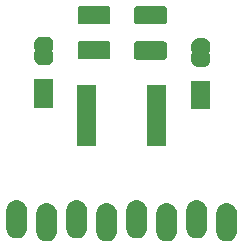
<source format=gbr>
G04 #@! TF.GenerationSoftware,KiCad,Pcbnew,(5.1.2)-2*
G04 #@! TF.CreationDate,2019-11-03T14:13:23-08:00*
G04 #@! TF.ProjectId,dac-breakout-ad5689,6461632d-6272-4656-916b-6f75742d6164,rev?*
G04 #@! TF.SameCoordinates,Original*
G04 #@! TF.FileFunction,Soldermask,Top*
G04 #@! TF.FilePolarity,Negative*
%FSLAX46Y46*%
G04 Gerber Fmt 4.6, Leading zero omitted, Abs format (unit mm)*
G04 Created by KiCad (PCBNEW (5.1.2)-2) date 2019-11-03 14:13:23*
%MOMM*%
%LPD*%
G04 APERTURE LIST*
%ADD10C,0.100000*%
G04 APERTURE END LIST*
D10*
G36*
X133697694Y-130963896D02*
G01*
X133818126Y-131000429D01*
X133860487Y-131013279D01*
X134010507Y-131093466D01*
X134010510Y-131093468D01*
X134010511Y-131093469D01*
X134142012Y-131201388D01*
X134249931Y-131332888D01*
X134249933Y-131332892D01*
X134249934Y-131332893D01*
X134330121Y-131482913D01*
X134330122Y-131482916D01*
X134379504Y-131645705D01*
X134392000Y-131772580D01*
X134392000Y-133381420D01*
X134379504Y-133508295D01*
X134330122Y-133671084D01*
X134330121Y-133671087D01*
X134257725Y-133806531D01*
X134249931Y-133821112D01*
X134142012Y-133952612D01*
X134010512Y-134060531D01*
X134010508Y-134060533D01*
X134010507Y-134060534D01*
X133860487Y-134140721D01*
X133860484Y-134140722D01*
X133697695Y-134190104D01*
X133528400Y-134206778D01*
X133359106Y-134190104D01*
X133196317Y-134140722D01*
X133196314Y-134140721D01*
X133046294Y-134060534D01*
X133046293Y-134060533D01*
X133046289Y-134060531D01*
X132914789Y-133952612D01*
X132806870Y-133821112D01*
X132799076Y-133806531D01*
X132726680Y-133671087D01*
X132726679Y-133671084D01*
X132677297Y-133508295D01*
X132664801Y-133381420D01*
X132664800Y-131772581D01*
X132677296Y-131645706D01*
X132726678Y-131482917D01*
X132726679Y-131482913D01*
X132806866Y-131332893D01*
X132806870Y-131332888D01*
X132914788Y-131201388D01*
X133046288Y-131093469D01*
X133046292Y-131093467D01*
X133046293Y-131093466D01*
X133196313Y-131013279D01*
X133196316Y-131013278D01*
X133359105Y-130963896D01*
X133528400Y-130947222D01*
X133697694Y-130963896D01*
X133697694Y-130963896D01*
G37*
G36*
X138777694Y-130963896D02*
G01*
X138898126Y-131000429D01*
X138940487Y-131013279D01*
X139090507Y-131093466D01*
X139090510Y-131093468D01*
X139090511Y-131093469D01*
X139222012Y-131201388D01*
X139329931Y-131332888D01*
X139329933Y-131332892D01*
X139329934Y-131332893D01*
X139410121Y-131482913D01*
X139410122Y-131482916D01*
X139459504Y-131645705D01*
X139472000Y-131772580D01*
X139472000Y-133381420D01*
X139459504Y-133508295D01*
X139410122Y-133671084D01*
X139410121Y-133671087D01*
X139337725Y-133806531D01*
X139329931Y-133821112D01*
X139222012Y-133952612D01*
X139090512Y-134060531D01*
X139090508Y-134060533D01*
X139090507Y-134060534D01*
X138940487Y-134140721D01*
X138940484Y-134140722D01*
X138777695Y-134190104D01*
X138608400Y-134206778D01*
X138439106Y-134190104D01*
X138276317Y-134140722D01*
X138276314Y-134140721D01*
X138126294Y-134060534D01*
X138126293Y-134060533D01*
X138126289Y-134060531D01*
X137994789Y-133952612D01*
X137886870Y-133821112D01*
X137879076Y-133806531D01*
X137806680Y-133671087D01*
X137806679Y-133671084D01*
X137757297Y-133508295D01*
X137744801Y-133381420D01*
X137744800Y-131772581D01*
X137757296Y-131645706D01*
X137806678Y-131482917D01*
X137806679Y-131482913D01*
X137886866Y-131332893D01*
X137886870Y-131332888D01*
X137994788Y-131201388D01*
X138126288Y-131093469D01*
X138126292Y-131093467D01*
X138126293Y-131093466D01*
X138276313Y-131013279D01*
X138276316Y-131013278D01*
X138439105Y-130963896D01*
X138608400Y-130947222D01*
X138777694Y-130963896D01*
X138777694Y-130963896D01*
G37*
G36*
X123537694Y-130963896D02*
G01*
X123658126Y-131000429D01*
X123700487Y-131013279D01*
X123850507Y-131093466D01*
X123850510Y-131093468D01*
X123850511Y-131093469D01*
X123982012Y-131201388D01*
X124089931Y-131332888D01*
X124089933Y-131332892D01*
X124089934Y-131332893D01*
X124170121Y-131482913D01*
X124170122Y-131482916D01*
X124219504Y-131645705D01*
X124232000Y-131772580D01*
X124232000Y-133381420D01*
X124219504Y-133508295D01*
X124170122Y-133671084D01*
X124170121Y-133671087D01*
X124097725Y-133806531D01*
X124089931Y-133821112D01*
X123982012Y-133952612D01*
X123850512Y-134060531D01*
X123850508Y-134060533D01*
X123850507Y-134060534D01*
X123700487Y-134140721D01*
X123700484Y-134140722D01*
X123537695Y-134190104D01*
X123368400Y-134206778D01*
X123199106Y-134190104D01*
X123036317Y-134140722D01*
X123036314Y-134140721D01*
X122886294Y-134060534D01*
X122886293Y-134060533D01*
X122886289Y-134060531D01*
X122754789Y-133952612D01*
X122646870Y-133821112D01*
X122639076Y-133806531D01*
X122566680Y-133671087D01*
X122566679Y-133671084D01*
X122517297Y-133508295D01*
X122504801Y-133381420D01*
X122504800Y-131772581D01*
X122517296Y-131645706D01*
X122566678Y-131482917D01*
X122566679Y-131482913D01*
X122646866Y-131332893D01*
X122646870Y-131332888D01*
X122754788Y-131201388D01*
X122886288Y-131093469D01*
X122886292Y-131093467D01*
X122886293Y-131093466D01*
X123036313Y-131013279D01*
X123036316Y-131013278D01*
X123199105Y-130963896D01*
X123368400Y-130947222D01*
X123537694Y-130963896D01*
X123537694Y-130963896D01*
G37*
G36*
X128617694Y-130963896D02*
G01*
X128738126Y-131000429D01*
X128780487Y-131013279D01*
X128930507Y-131093466D01*
X128930510Y-131093468D01*
X128930511Y-131093469D01*
X129062012Y-131201388D01*
X129169931Y-131332888D01*
X129169933Y-131332892D01*
X129169934Y-131332893D01*
X129250121Y-131482913D01*
X129250122Y-131482916D01*
X129299504Y-131645705D01*
X129312000Y-131772580D01*
X129312000Y-133381420D01*
X129299504Y-133508295D01*
X129250122Y-133671084D01*
X129250121Y-133671087D01*
X129177725Y-133806531D01*
X129169931Y-133821112D01*
X129062012Y-133952612D01*
X128930512Y-134060531D01*
X128930508Y-134060533D01*
X128930507Y-134060534D01*
X128780487Y-134140721D01*
X128780484Y-134140722D01*
X128617695Y-134190104D01*
X128448400Y-134206778D01*
X128279106Y-134190104D01*
X128116317Y-134140722D01*
X128116314Y-134140721D01*
X127966294Y-134060534D01*
X127966293Y-134060533D01*
X127966289Y-134060531D01*
X127834789Y-133952612D01*
X127726870Y-133821112D01*
X127719076Y-133806531D01*
X127646680Y-133671087D01*
X127646679Y-133671084D01*
X127597297Y-133508295D01*
X127584801Y-133381420D01*
X127584800Y-131772581D01*
X127597296Y-131645706D01*
X127646678Y-131482917D01*
X127646679Y-131482913D01*
X127726866Y-131332893D01*
X127726870Y-131332888D01*
X127834788Y-131201388D01*
X127966288Y-131093469D01*
X127966292Y-131093467D01*
X127966293Y-131093466D01*
X128116313Y-131013279D01*
X128116316Y-131013278D01*
X128279105Y-130963896D01*
X128448400Y-130947222D01*
X128617694Y-130963896D01*
X128617694Y-130963896D01*
G37*
G36*
X131157694Y-130709896D02*
G01*
X131278126Y-130746429D01*
X131320487Y-130759279D01*
X131470507Y-130839466D01*
X131470510Y-130839468D01*
X131470511Y-130839469D01*
X131602012Y-130947388D01*
X131709931Y-131078888D01*
X131709933Y-131078892D01*
X131709934Y-131078893D01*
X131790121Y-131228913D01*
X131790122Y-131228916D01*
X131839504Y-131391705D01*
X131852000Y-131518580D01*
X131852000Y-133127420D01*
X131839504Y-133254295D01*
X131800940Y-133381421D01*
X131790121Y-133417087D01*
X131709934Y-133567107D01*
X131709931Y-133567112D01*
X131602012Y-133698612D01*
X131470512Y-133806531D01*
X131470508Y-133806533D01*
X131470507Y-133806534D01*
X131320487Y-133886721D01*
X131320484Y-133886722D01*
X131157695Y-133936104D01*
X130988400Y-133952778D01*
X130819106Y-133936104D01*
X130656317Y-133886722D01*
X130656314Y-133886721D01*
X130506294Y-133806534D01*
X130506293Y-133806533D01*
X130506289Y-133806531D01*
X130374789Y-133698612D01*
X130266870Y-133567112D01*
X130266867Y-133567107D01*
X130186680Y-133417087D01*
X130175861Y-133381421D01*
X130137297Y-133254295D01*
X130124801Y-133127420D01*
X130124800Y-131518581D01*
X130137296Y-131391706D01*
X130186678Y-131228917D01*
X130186679Y-131228913D01*
X130266866Y-131078893D01*
X130266870Y-131078888D01*
X130374788Y-130947388D01*
X130506288Y-130839469D01*
X130506292Y-130839467D01*
X130506293Y-130839466D01*
X130656313Y-130759279D01*
X130656316Y-130759278D01*
X130819105Y-130709896D01*
X130988400Y-130693222D01*
X131157694Y-130709896D01*
X131157694Y-130709896D01*
G37*
G36*
X120997694Y-130709896D02*
G01*
X121118126Y-130746429D01*
X121160487Y-130759279D01*
X121310507Y-130839466D01*
X121310510Y-130839468D01*
X121310511Y-130839469D01*
X121442012Y-130947388D01*
X121549931Y-131078888D01*
X121549933Y-131078892D01*
X121549934Y-131078893D01*
X121630121Y-131228913D01*
X121630122Y-131228916D01*
X121679504Y-131391705D01*
X121692000Y-131518580D01*
X121692000Y-133127420D01*
X121679504Y-133254295D01*
X121640940Y-133381421D01*
X121630121Y-133417087D01*
X121549934Y-133567107D01*
X121549931Y-133567112D01*
X121442012Y-133698612D01*
X121310512Y-133806531D01*
X121310508Y-133806533D01*
X121310507Y-133806534D01*
X121160487Y-133886721D01*
X121160484Y-133886722D01*
X120997695Y-133936104D01*
X120828400Y-133952778D01*
X120659106Y-133936104D01*
X120496317Y-133886722D01*
X120496314Y-133886721D01*
X120346294Y-133806534D01*
X120346293Y-133806533D01*
X120346289Y-133806531D01*
X120214789Y-133698612D01*
X120106870Y-133567112D01*
X120106867Y-133567107D01*
X120026680Y-133417087D01*
X120015861Y-133381421D01*
X119977297Y-133254295D01*
X119964801Y-133127420D01*
X119964800Y-131518581D01*
X119977296Y-131391706D01*
X120026678Y-131228917D01*
X120026679Y-131228913D01*
X120106866Y-131078893D01*
X120106870Y-131078888D01*
X120214788Y-130947388D01*
X120346288Y-130839469D01*
X120346292Y-130839467D01*
X120346293Y-130839466D01*
X120496313Y-130759279D01*
X120496316Y-130759278D01*
X120659105Y-130709896D01*
X120828400Y-130693222D01*
X120997694Y-130709896D01*
X120997694Y-130709896D01*
G37*
G36*
X126077694Y-130709896D02*
G01*
X126198126Y-130746429D01*
X126240487Y-130759279D01*
X126390507Y-130839466D01*
X126390510Y-130839468D01*
X126390511Y-130839469D01*
X126522012Y-130947388D01*
X126629931Y-131078888D01*
X126629933Y-131078892D01*
X126629934Y-131078893D01*
X126710121Y-131228913D01*
X126710122Y-131228916D01*
X126759504Y-131391705D01*
X126772000Y-131518580D01*
X126772000Y-133127420D01*
X126759504Y-133254295D01*
X126720940Y-133381421D01*
X126710121Y-133417087D01*
X126629934Y-133567107D01*
X126629931Y-133567112D01*
X126522012Y-133698612D01*
X126390512Y-133806531D01*
X126390508Y-133806533D01*
X126390507Y-133806534D01*
X126240487Y-133886721D01*
X126240484Y-133886722D01*
X126077695Y-133936104D01*
X125908400Y-133952778D01*
X125739106Y-133936104D01*
X125576317Y-133886722D01*
X125576314Y-133886721D01*
X125426294Y-133806534D01*
X125426293Y-133806533D01*
X125426289Y-133806531D01*
X125294789Y-133698612D01*
X125186870Y-133567112D01*
X125186867Y-133567107D01*
X125106680Y-133417087D01*
X125095861Y-133381421D01*
X125057297Y-133254295D01*
X125044801Y-133127420D01*
X125044800Y-131518581D01*
X125057296Y-131391706D01*
X125106678Y-131228917D01*
X125106679Y-131228913D01*
X125186866Y-131078893D01*
X125186870Y-131078888D01*
X125294788Y-130947388D01*
X125426288Y-130839469D01*
X125426292Y-130839467D01*
X125426293Y-130839466D01*
X125576313Y-130759279D01*
X125576316Y-130759278D01*
X125739105Y-130709896D01*
X125908400Y-130693222D01*
X126077694Y-130709896D01*
X126077694Y-130709896D01*
G37*
G36*
X136237694Y-130709896D02*
G01*
X136358126Y-130746429D01*
X136400487Y-130759279D01*
X136550507Y-130839466D01*
X136550510Y-130839468D01*
X136550511Y-130839469D01*
X136682012Y-130947388D01*
X136789931Y-131078888D01*
X136789933Y-131078892D01*
X136789934Y-131078893D01*
X136870121Y-131228913D01*
X136870122Y-131228916D01*
X136919504Y-131391705D01*
X136932000Y-131518580D01*
X136932000Y-133127420D01*
X136919504Y-133254295D01*
X136880940Y-133381421D01*
X136870121Y-133417087D01*
X136789934Y-133567107D01*
X136789931Y-133567112D01*
X136682012Y-133698612D01*
X136550512Y-133806531D01*
X136550508Y-133806533D01*
X136550507Y-133806534D01*
X136400487Y-133886721D01*
X136400484Y-133886722D01*
X136237695Y-133936104D01*
X136068400Y-133952778D01*
X135899106Y-133936104D01*
X135736317Y-133886722D01*
X135736314Y-133886721D01*
X135586294Y-133806534D01*
X135586293Y-133806533D01*
X135586289Y-133806531D01*
X135454789Y-133698612D01*
X135346870Y-133567112D01*
X135346867Y-133567107D01*
X135266680Y-133417087D01*
X135255861Y-133381421D01*
X135217297Y-133254295D01*
X135204801Y-133127420D01*
X135204800Y-131518581D01*
X135217296Y-131391706D01*
X135266678Y-131228917D01*
X135266679Y-131228913D01*
X135346866Y-131078893D01*
X135346870Y-131078888D01*
X135454788Y-130947388D01*
X135586288Y-130839469D01*
X135586292Y-130839467D01*
X135586293Y-130839466D01*
X135736313Y-130759279D01*
X135736316Y-130759278D01*
X135899105Y-130709896D01*
X136068400Y-130693222D01*
X136237694Y-130709896D01*
X136237694Y-130709896D01*
G37*
G36*
X127569400Y-126096400D02*
G01*
X125967400Y-126096400D01*
X125967400Y-120994400D01*
X127569400Y-120994400D01*
X127569400Y-126096400D01*
X127569400Y-126096400D01*
G37*
G36*
X133469400Y-126096400D02*
G01*
X131867400Y-126096400D01*
X131867400Y-120994400D01*
X133469400Y-120994400D01*
X133469400Y-126096400D01*
X133469400Y-126096400D01*
G37*
G36*
X137225000Y-123019200D02*
G01*
X135623000Y-123019200D01*
X135623000Y-120617200D01*
X137225000Y-120617200D01*
X137225000Y-123019200D01*
X137225000Y-123019200D01*
G37*
G36*
X123934799Y-122865401D02*
G01*
X122332799Y-122865401D01*
X122332799Y-120463401D01*
X123934799Y-120463401D01*
X123934799Y-122865401D01*
X123934799Y-122865401D01*
G37*
G36*
X136686199Y-117011354D02*
G01*
X136698450Y-117011956D01*
X136716869Y-117011956D01*
X136739149Y-117014150D01*
X136823233Y-117030876D01*
X136844660Y-117037376D01*
X136923858Y-117070180D01*
X136929303Y-117073091D01*
X136929309Y-117073093D01*
X136938169Y-117077829D01*
X136938173Y-117077832D01*
X136943614Y-117080740D01*
X137014899Y-117128371D01*
X137032204Y-117142572D01*
X137092828Y-117203196D01*
X137107029Y-117220501D01*
X137154660Y-117291786D01*
X137157568Y-117297227D01*
X137157571Y-117297231D01*
X137162307Y-117306091D01*
X137162309Y-117306097D01*
X137165220Y-117311542D01*
X137198024Y-117390740D01*
X137204524Y-117412167D01*
X137221250Y-117496251D01*
X137223444Y-117518531D01*
X137223444Y-117536950D01*
X137224046Y-117549201D01*
X137225852Y-117567539D01*
X137225852Y-118055260D01*
X137224263Y-118071399D01*
X137221348Y-118081008D01*
X137216610Y-118089872D01*
X137210237Y-118097637D01*
X137197794Y-118107848D01*
X137187425Y-118114778D01*
X137170098Y-118132105D01*
X137156485Y-118152480D01*
X137147109Y-118175120D01*
X137142329Y-118199153D01*
X137142330Y-118223657D01*
X137147112Y-118247690D01*
X137156490Y-118270329D01*
X137170105Y-118290702D01*
X137187432Y-118308029D01*
X137197802Y-118314958D01*
X137210237Y-118325163D01*
X137216610Y-118332928D01*
X137221348Y-118341792D01*
X137224263Y-118351401D01*
X137225852Y-118367540D01*
X137225852Y-118855262D01*
X137224046Y-118873599D01*
X137223444Y-118885850D01*
X137223444Y-118904269D01*
X137221250Y-118926549D01*
X137204524Y-119010633D01*
X137198024Y-119032060D01*
X137165220Y-119111258D01*
X137162309Y-119116703D01*
X137162307Y-119116709D01*
X137157571Y-119125569D01*
X137157568Y-119125573D01*
X137154660Y-119131014D01*
X137107029Y-119202299D01*
X137092828Y-119219604D01*
X137032204Y-119280228D01*
X137014899Y-119294429D01*
X136943614Y-119342060D01*
X136938173Y-119344968D01*
X136938169Y-119344971D01*
X136929309Y-119349707D01*
X136929303Y-119349709D01*
X136923858Y-119352620D01*
X136844660Y-119385424D01*
X136823233Y-119391924D01*
X136739149Y-119408650D01*
X136716869Y-119410844D01*
X136698450Y-119410844D01*
X136686199Y-119411446D01*
X136667862Y-119413252D01*
X136180138Y-119413252D01*
X136161801Y-119411446D01*
X136149550Y-119410844D01*
X136131131Y-119410844D01*
X136108851Y-119408650D01*
X136024767Y-119391924D01*
X136003340Y-119385424D01*
X135924142Y-119352620D01*
X135918697Y-119349709D01*
X135918691Y-119349707D01*
X135909831Y-119344971D01*
X135909827Y-119344968D01*
X135904386Y-119342060D01*
X135833101Y-119294429D01*
X135815796Y-119280228D01*
X135755172Y-119219604D01*
X135740971Y-119202299D01*
X135693340Y-119131014D01*
X135690432Y-119125573D01*
X135690429Y-119125569D01*
X135685693Y-119116709D01*
X135685691Y-119116703D01*
X135682780Y-119111258D01*
X135649976Y-119032060D01*
X135643476Y-119010633D01*
X135626750Y-118926549D01*
X135624556Y-118904269D01*
X135624556Y-118885850D01*
X135623954Y-118873599D01*
X135622148Y-118855262D01*
X135622148Y-118367540D01*
X135623737Y-118351401D01*
X135626652Y-118341792D01*
X135631390Y-118332928D01*
X135637763Y-118325163D01*
X135650206Y-118314952D01*
X135660575Y-118308022D01*
X135677902Y-118290695D01*
X135691515Y-118270320D01*
X135700891Y-118247680D01*
X135705671Y-118223647D01*
X135705670Y-118199143D01*
X135700888Y-118175110D01*
X135691510Y-118152471D01*
X135677895Y-118132098D01*
X135660568Y-118114771D01*
X135650198Y-118107842D01*
X135637763Y-118097637D01*
X135631390Y-118089872D01*
X135626652Y-118081008D01*
X135623737Y-118071399D01*
X135622148Y-118055260D01*
X135622148Y-117567539D01*
X135623954Y-117549201D01*
X135624556Y-117536950D01*
X135624556Y-117518531D01*
X135626750Y-117496251D01*
X135643476Y-117412167D01*
X135649976Y-117390740D01*
X135682780Y-117311542D01*
X135685691Y-117306097D01*
X135685693Y-117306091D01*
X135690429Y-117297231D01*
X135690432Y-117297227D01*
X135693340Y-117291786D01*
X135740971Y-117220501D01*
X135755172Y-117203196D01*
X135815796Y-117142572D01*
X135833101Y-117128371D01*
X135904386Y-117080740D01*
X135909827Y-117077832D01*
X135909831Y-117077829D01*
X135918691Y-117073093D01*
X135918697Y-117073091D01*
X135924142Y-117070180D01*
X136003340Y-117037376D01*
X136024767Y-117030876D01*
X136108851Y-117014150D01*
X136131131Y-117011956D01*
X136149550Y-117011956D01*
X136161801Y-117011354D01*
X136180139Y-117009548D01*
X136667861Y-117009548D01*
X136686199Y-117011354D01*
X136686199Y-117011354D01*
G37*
G36*
X123395998Y-116858954D02*
G01*
X123408249Y-116859556D01*
X123426668Y-116859556D01*
X123448948Y-116861750D01*
X123533032Y-116878476D01*
X123554459Y-116884976D01*
X123633657Y-116917780D01*
X123639102Y-116920691D01*
X123639108Y-116920693D01*
X123647968Y-116925429D01*
X123647972Y-116925432D01*
X123653413Y-116928340D01*
X123724698Y-116975971D01*
X123742003Y-116990172D01*
X123802627Y-117050796D01*
X123816828Y-117068101D01*
X123864459Y-117139386D01*
X123867367Y-117144827D01*
X123867370Y-117144831D01*
X123872106Y-117153691D01*
X123872108Y-117153697D01*
X123875019Y-117159142D01*
X123907823Y-117238340D01*
X123914323Y-117259767D01*
X123931049Y-117343851D01*
X123933243Y-117366131D01*
X123933243Y-117384550D01*
X123933845Y-117396801D01*
X123935651Y-117415139D01*
X123935651Y-117902860D01*
X123934062Y-117918999D01*
X123931147Y-117928608D01*
X123926409Y-117937472D01*
X123920036Y-117945237D01*
X123907593Y-117955448D01*
X123897224Y-117962378D01*
X123879897Y-117979705D01*
X123866284Y-118000080D01*
X123856908Y-118022720D01*
X123852128Y-118046753D01*
X123852129Y-118071257D01*
X123856911Y-118095290D01*
X123866289Y-118117929D01*
X123879904Y-118138302D01*
X123897231Y-118155629D01*
X123907601Y-118162558D01*
X123920036Y-118172763D01*
X123926409Y-118180528D01*
X123931147Y-118189392D01*
X123934062Y-118199001D01*
X123935651Y-118215140D01*
X123935651Y-118702862D01*
X123933845Y-118721199D01*
X123933243Y-118733450D01*
X123933243Y-118751869D01*
X123931049Y-118774149D01*
X123914323Y-118858233D01*
X123907823Y-118879660D01*
X123875019Y-118958858D01*
X123872108Y-118964303D01*
X123872106Y-118964309D01*
X123867370Y-118973169D01*
X123867367Y-118973173D01*
X123864459Y-118978614D01*
X123816828Y-119049899D01*
X123802627Y-119067204D01*
X123742003Y-119127828D01*
X123724698Y-119142029D01*
X123653413Y-119189660D01*
X123647972Y-119192568D01*
X123647968Y-119192571D01*
X123639108Y-119197307D01*
X123639102Y-119197309D01*
X123633657Y-119200220D01*
X123554459Y-119233024D01*
X123533032Y-119239524D01*
X123448948Y-119256250D01*
X123426668Y-119258444D01*
X123408249Y-119258444D01*
X123395998Y-119259046D01*
X123377661Y-119260852D01*
X122889937Y-119260852D01*
X122871600Y-119259046D01*
X122859349Y-119258444D01*
X122840930Y-119258444D01*
X122818650Y-119256250D01*
X122734566Y-119239524D01*
X122713139Y-119233024D01*
X122633941Y-119200220D01*
X122628496Y-119197309D01*
X122628490Y-119197307D01*
X122619630Y-119192571D01*
X122619626Y-119192568D01*
X122614185Y-119189660D01*
X122542900Y-119142029D01*
X122525595Y-119127828D01*
X122464971Y-119067204D01*
X122450770Y-119049899D01*
X122403139Y-118978614D01*
X122400231Y-118973173D01*
X122400228Y-118973169D01*
X122395492Y-118964309D01*
X122395490Y-118964303D01*
X122392579Y-118958858D01*
X122359775Y-118879660D01*
X122353275Y-118858233D01*
X122336549Y-118774149D01*
X122334355Y-118751869D01*
X122334355Y-118733450D01*
X122333753Y-118721199D01*
X122331947Y-118702862D01*
X122331947Y-118215140D01*
X122333536Y-118199001D01*
X122336451Y-118189392D01*
X122341189Y-118180528D01*
X122347562Y-118172763D01*
X122360005Y-118162552D01*
X122370374Y-118155622D01*
X122387701Y-118138295D01*
X122401314Y-118117920D01*
X122410690Y-118095280D01*
X122415470Y-118071247D01*
X122415469Y-118046743D01*
X122410687Y-118022710D01*
X122401309Y-118000071D01*
X122387694Y-117979698D01*
X122370367Y-117962371D01*
X122359997Y-117955442D01*
X122347562Y-117945237D01*
X122341189Y-117937472D01*
X122336451Y-117928608D01*
X122333536Y-117918999D01*
X122331947Y-117902860D01*
X122331947Y-117415139D01*
X122333753Y-117396801D01*
X122334355Y-117384550D01*
X122334355Y-117366131D01*
X122336549Y-117343851D01*
X122353275Y-117259767D01*
X122359775Y-117238340D01*
X122392579Y-117159142D01*
X122395490Y-117153697D01*
X122395492Y-117153691D01*
X122400228Y-117144831D01*
X122400231Y-117144827D01*
X122403139Y-117139386D01*
X122450770Y-117068101D01*
X122464971Y-117050796D01*
X122525595Y-116990172D01*
X122542900Y-116975971D01*
X122614185Y-116928340D01*
X122619626Y-116925432D01*
X122619630Y-116925429D01*
X122628490Y-116920693D01*
X122628496Y-116920691D01*
X122633941Y-116917780D01*
X122713139Y-116884976D01*
X122734566Y-116878476D01*
X122818650Y-116861750D01*
X122840930Y-116859556D01*
X122859349Y-116859556D01*
X122871600Y-116858954D01*
X122889938Y-116857148D01*
X123377660Y-116857148D01*
X123395998Y-116858954D01*
X123395998Y-116858954D01*
G37*
G36*
X133382362Y-117277481D02*
G01*
X133417281Y-117288074D01*
X133449463Y-117305276D01*
X133477673Y-117328427D01*
X133500824Y-117356637D01*
X133518026Y-117388819D01*
X133528619Y-117423738D01*
X133532800Y-117466195D01*
X133532800Y-118607405D01*
X133528619Y-118649862D01*
X133518026Y-118684781D01*
X133500824Y-118716963D01*
X133477673Y-118745173D01*
X133449463Y-118768324D01*
X133417281Y-118785526D01*
X133382362Y-118796119D01*
X133339905Y-118800300D01*
X130973695Y-118800300D01*
X130931238Y-118796119D01*
X130896319Y-118785526D01*
X130864137Y-118768324D01*
X130835927Y-118745173D01*
X130812776Y-118716963D01*
X130795574Y-118684781D01*
X130784981Y-118649862D01*
X130780800Y-118607405D01*
X130780800Y-117466195D01*
X130784981Y-117423738D01*
X130795574Y-117388819D01*
X130812776Y-117356637D01*
X130835927Y-117328427D01*
X130864137Y-117305276D01*
X130896319Y-117288074D01*
X130931238Y-117277481D01*
X130973695Y-117273300D01*
X133339905Y-117273300D01*
X133382362Y-117277481D01*
X133382362Y-117277481D01*
G37*
G36*
X128607162Y-117263181D02*
G01*
X128642081Y-117273774D01*
X128674263Y-117290976D01*
X128702473Y-117314127D01*
X128725624Y-117342337D01*
X128742826Y-117374519D01*
X128753419Y-117409438D01*
X128757600Y-117451895D01*
X128757600Y-118593105D01*
X128753419Y-118635562D01*
X128742826Y-118670481D01*
X128725624Y-118702663D01*
X128702473Y-118730873D01*
X128674263Y-118754024D01*
X128642081Y-118771226D01*
X128607162Y-118781819D01*
X128564705Y-118786000D01*
X126198495Y-118786000D01*
X126156038Y-118781819D01*
X126121119Y-118771226D01*
X126088937Y-118754024D01*
X126060727Y-118730873D01*
X126037576Y-118702663D01*
X126020374Y-118670481D01*
X126009781Y-118635562D01*
X126005600Y-118593105D01*
X126005600Y-117451895D01*
X126009781Y-117409438D01*
X126020374Y-117374519D01*
X126037576Y-117342337D01*
X126060727Y-117314127D01*
X126088937Y-117290976D01*
X126121119Y-117273774D01*
X126156038Y-117263181D01*
X126198495Y-117259000D01*
X128564705Y-117259000D01*
X128607162Y-117263181D01*
X128607162Y-117263181D01*
G37*
G36*
X133382362Y-114302481D02*
G01*
X133417281Y-114313074D01*
X133449463Y-114330276D01*
X133477673Y-114353427D01*
X133500824Y-114381637D01*
X133518026Y-114413819D01*
X133528619Y-114448738D01*
X133532800Y-114491195D01*
X133532800Y-115632405D01*
X133528619Y-115674862D01*
X133518026Y-115709781D01*
X133500824Y-115741963D01*
X133477673Y-115770173D01*
X133449463Y-115793324D01*
X133417281Y-115810526D01*
X133382362Y-115821119D01*
X133339905Y-115825300D01*
X130973695Y-115825300D01*
X130931238Y-115821119D01*
X130896319Y-115810526D01*
X130864137Y-115793324D01*
X130835927Y-115770173D01*
X130812776Y-115741963D01*
X130795574Y-115709781D01*
X130784981Y-115674862D01*
X130780800Y-115632405D01*
X130780800Y-114491195D01*
X130784981Y-114448738D01*
X130795574Y-114413819D01*
X130812776Y-114381637D01*
X130835927Y-114353427D01*
X130864137Y-114330276D01*
X130896319Y-114313074D01*
X130931238Y-114302481D01*
X130973695Y-114298300D01*
X133339905Y-114298300D01*
X133382362Y-114302481D01*
X133382362Y-114302481D01*
G37*
G36*
X128607162Y-114288181D02*
G01*
X128642081Y-114298774D01*
X128674263Y-114315976D01*
X128702473Y-114339127D01*
X128725624Y-114367337D01*
X128742826Y-114399519D01*
X128753419Y-114434438D01*
X128757600Y-114476895D01*
X128757600Y-115618105D01*
X128753419Y-115660562D01*
X128742826Y-115695481D01*
X128725624Y-115727663D01*
X128702473Y-115755873D01*
X128674263Y-115779024D01*
X128642081Y-115796226D01*
X128607162Y-115806819D01*
X128564705Y-115811000D01*
X126198495Y-115811000D01*
X126156038Y-115806819D01*
X126121119Y-115796226D01*
X126088937Y-115779024D01*
X126060727Y-115755873D01*
X126037576Y-115727663D01*
X126020374Y-115695481D01*
X126009781Y-115660562D01*
X126005600Y-115618105D01*
X126005600Y-114476895D01*
X126009781Y-114434438D01*
X126020374Y-114399519D01*
X126037576Y-114367337D01*
X126060727Y-114339127D01*
X126088937Y-114315976D01*
X126121119Y-114298774D01*
X126156038Y-114288181D01*
X126198495Y-114284000D01*
X128564705Y-114284000D01*
X128607162Y-114288181D01*
X128607162Y-114288181D01*
G37*
M02*

</source>
